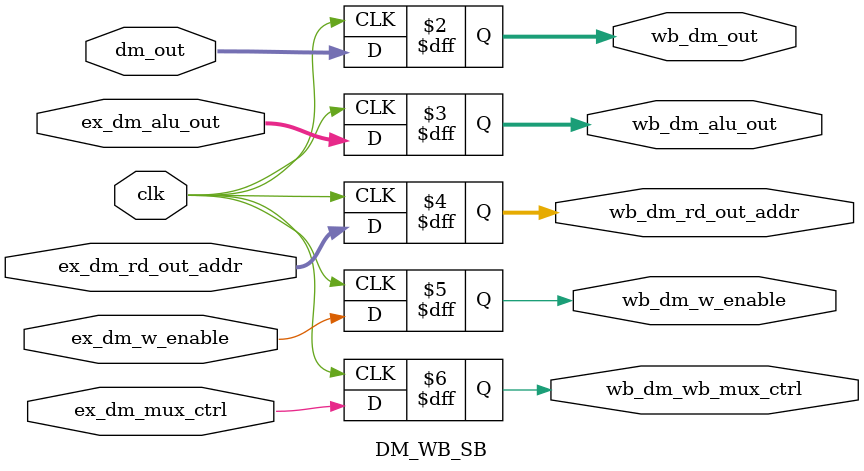
<source format=v>
module DM_WB_SB(input [31:0] dm_out, ex_dm_alu_out,  
input  [4:0] ex_dm_rd_out_addr, 
input ex_dm_w_enable, ex_dm_mux_ctrl, clk, 
output reg [31:0] wb_dm_out, wb_dm_alu_out, 
output reg [4:0] wb_dm_rd_out_addr, 
output reg wb_dm_w_enable, wb_dm_wb_mux_ctrl);

always@(posedge clk)
    begin
        wb_dm_out = dm_out;
        wb_dm_alu_out = ex_dm_alu_out;
        wb_dm_rd_out_addr = ex_dm_rd_out_addr;
        wb_dm_w_enable = ex_dm_w_enable;
        wb_dm_wb_mux_ctrl = ex_dm_mux_ctrl;
    end
endmodule

</source>
